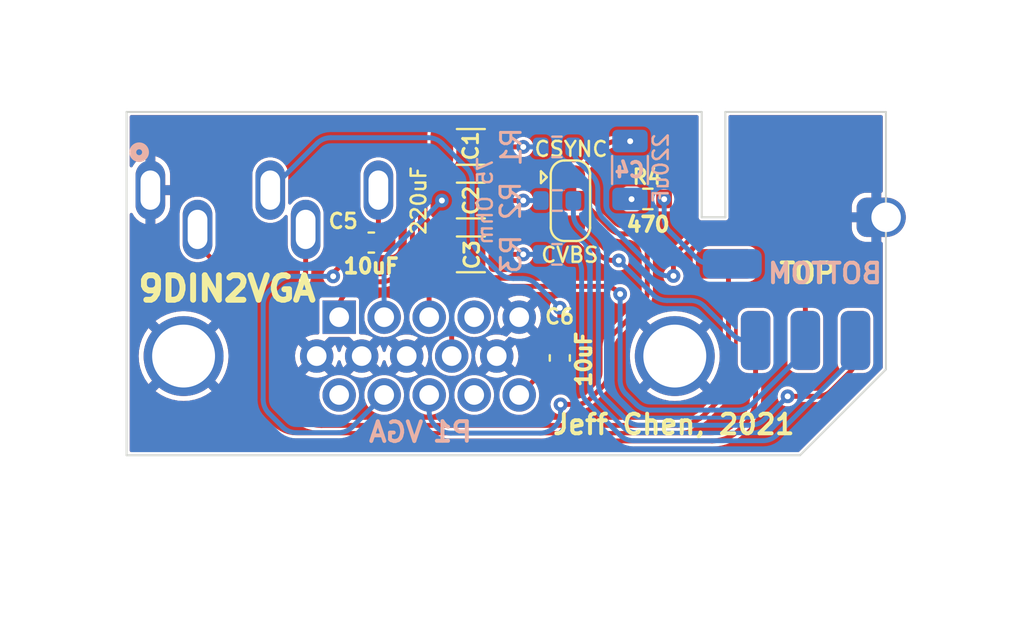
<source format=kicad_pcb>
(kicad_pcb (version 20211014) (generator pcbnew)
  (title_block (rev "1"))
  (layers (0 "F.Cu" signal "Front") (31 "B.Cu" signal "Back") (34 "B.Paste" user) (35 "F.Paste" user) (36 "B.SilkS" user "B.Silkscreen") (37 "F.SilkS" user "F.Silkscreen") (38 "B.Mask" user) (39 "F.Mask" user) (44 "Edge.Cuts" user))
  (net 0 "")
  (net 1 "GND")
  (net 2 "/Red_Mid")
  (net 3 "/Red_VGA")
  (net 4 "/Green_VGA")
  (net 5 "/Green_Mid")
  (net 6 "/Blue_Mid")
  (net 7 "/Blue_VGA")
  (net 8 "/L_Mid")
  (net 9 "/Audio_L_VGA")
  (net 10 "/Audio_R_VGA")
  (net 11 "/R_Mid")
  (net 12 "/Audio_R_9P")
  (net 13 "/Audio_L_9P")
  (net 14 "/Red_9P")
  (net 15 "/Green_9P")
  (net 16 "/Blue_9P")
  (net 17 "/+5V")
  (net 18 "/Sync")
  (net 19 "Net-(C4-Pad1)")
  (net 20 "/Attenuated_CSync")
  (net 21 "/CVBS")
  (net 22 "/CSync")
  (footprint "Capacitor_SMD:C_1206_3216Metric" (layer "F.Cu") (at 133.015 90.86 180)
    (fp_text reference "C1" (at 0.005 0.05 90) (layer "F.SilkS") (effects (font (size 0.75 0.75))))
    (fp_text value "220uF")
    (fp_line (start -0.711252 -0.91) (end 0.711252 -0.91) (layer "F.SilkS") (width 0.12))
    (fp_line (start -0.711252 0.91) (end 0.711252 0.91) (layer "F.SilkS") (width 0.12))
    (pad "1" smd roundrect locked (at -1.475 0 180) (size 1.15 1.8) (layers "F.Cu" "F.Paste" "F.Mask") (roundrect_rratio 0.2173904348) (net 2 "/Red_Mid"))
    (pad "2" smd roundrect locked (at 1.475 0 180) (size 1.15 1.8) (layers "F.Cu" "F.Paste" "F.Mask") (roundrect_rratio 0.2173904348) (net 3 "/Red_VGA"))
  )
  (footprint "Capacitor_SMD:C_1206_3216Metric" (layer "F.Cu") (at 133.015 93.59 180)
    (fp_text reference "C2" (at -0.015 0 270) (layer "F.SilkS") (effects (font (size 0.75 0.75))))
    (fp_text value "220uF")
    (fp_line (start -0.711252 -0.91) (end 0.711252 -0.91) (layer "F.SilkS") (width 0.12))
    (fp_line (start -0.711252 0.91) (end 0.711252 0.91) (layer "F.SilkS") (width 0.12))
    (pad "1" smd roundrect locked (at -1.475 0 180) (size 1.15 1.8) (layers "F.Cu" "F.Paste" "F.Mask") (roundrect_rratio 0.2173904348) (net 5 "/Green_Mid"))
    (pad "2" smd roundrect locked (at 1.475 0 180) (size 1.15 1.8) (layers "F.Cu" "F.Paste" "F.Mask") (roundrect_rratio 0.2173904348) (net 4 "/Green_VGA"))
  )
  (footprint "Capacitor_SMD:C_1206_3216Metric" (layer "F.Cu") (at 133.015 96.33 180)
    (fp_text reference "C3" (at -0.055 -0.02 90) (layer "F.SilkS") (effects (font (size 0.75 0.75))))
    (fp_text value "220uF")
    (fp_line (start -0.711252 0.91) (end 0.711252 0.91) (layer "F.SilkS") (width 0.12))
    (fp_line (start -0.711252 -0.91) (end 0.711252 -0.91) (layer "F.SilkS") (width 0.12))
    (pad "1" smd roundrect locked (at -1.475 0 180) (size 1.15 1.8) (layers "F.Cu" "F.Paste" "F.Mask") (roundrect_rratio 0.2173904348) (net 6 "/Blue_Mid"))
    (pad "2" smd roundrect locked (at 1.475 0 180) (size 1.15 1.8) (layers "F.Cu" "F.Paste" "F.Mask") (roundrect_rratio 0.2173904348) (net 7 "/Blue_VGA"))
  )
  (footprint "Capacitor_SMD:C_0603_1608Metric" (layer "F.Cu") (at 127.95 95.73 180)
    (fp_text reference "C5" (at 1.43 1.09) (layer "F.SilkS") (effects (font (size 0.75 0.75))))
    (fp_text value "10uF")
    (fp_line (start -0.14058 -0.51) (end 0.14058 -0.51) (layer "F.SilkS") (width 0.12))
    (fp_line (start -0.14058 0.51) (end 0.14058 0.51) (layer "F.SilkS") (width 0.12))
    (pad "1" smd roundrect locked (at -0.775 0 180) (size 0.9 0.95) (layers "F.Cu" "F.Paste" "F.Mask") (net 8 "/L_Mid"))
    (pad "2" smd roundrect locked (at 0.775 0 180) (size 0.9 0.95) (layers "F.Cu" "F.Paste" "F.Mask") (net 9 "/Audio_L_VGA"))
  )
  (footprint "Capacitor_SMD:C_0603_1608Metric" (layer "F.Cu") (at 137.54 101.605 -90)
    (fp_text reference "C6" (at -2.105 0.01 180) (layer "F.SilkS") (effects (font (size 0.75 0.75))))
    (fp_text value "10uF")
    (fp_line (start -0.14058 -0.51) (end 0.14058 -0.51) (layer "F.SilkS") (width 0.12))
    (fp_line (start -0.14058 0.51) (end 0.14058 0.51) (layer "F.SilkS") (width 0.12))
    (pad "1" smd roundrect locked (at -0.775 0 270) (size 0.9 0.95) (layers "F.Cu" "F.Paste" "F.Mask") (net 11 "/R_Mid"))
    (pad "2" smd roundrect locked (at 0.775 0 270) (size 0.9 0.95) (layers "F.Cu" "F.Paste" "F.Mask") (net 10 "/Audio_R_VGA"))
  )
  (footprint "9DIN2VGA:Main_PCB_Landing_Pads" (layer "F.Cu") (at 134.791804 97.783357)
    (fp_text reference "LD1" hide)
    (fp_text value "Main_Landing")
    (pad "1" smd roundrect locked (at 17.79 2.93) (size 1.5 3) (layers "B.Cu" "B.Paste" "B.Mask") (net 16 "/Blue_9P"))
    (pad "2" smd roundrect locked (at 15.24 2.93) (size 1.5 3) (layers "B.Cu" "B.Paste" "B.Mask") (net 17 "/+5V"))
    (pad "3" smd roundrect locked (at 17.79 2.93) (size 1.5 3) (layers "F.Cu" "F.Paste" "F.Mask") (net 15 "/Green_9P"))
    (pad "4" smd roundrect locked (at 12.707443 2.930183) (size 1.5 3) (layers "B.Cu" "B.Paste" "B.Mask") (net 21 "/CVBS"))
    (pad "5" smd roundrect locked (at 11.521 -0.97 90) (size 1.5 3) (layers "B.Cu" "B.Paste" "B.Mask") (net 22 "/CSync"))
    (pad "7" smd roundrect locked (at 15.24 2.93) (size 1.5 3) (layers "F.Cu" "F.Paste" "F.Mask") (net 14 "/Red_9P"))
    (pad "8" smd roundrect locked (at 12.71 2.93) (size 1.5 3) (layers "F.Cu" "F.Paste" "F.Mask") (net 13 "/Audio_L_9P"))
    (pad "9" smd roundrect locked (at 11.17 -0.97 90) (size 1.5 3) (layers "F.Cu" "F.Paste" "F.Mask") (net 12 "/Audio_R_9P"))
    (pad "10" thru_hole circle locked (at 19.35 -3.34) (size 2 2) (drill 1.5) (layers *.Cu *.Mask) (net 1 "GND"))
    (pad "10" thru_hole roundrect locked (at 19.35 -3.34) (size 2 2) (drill 0.3 (offset -0.5 0)) (layers *.Cu *.Mask) (net 1 "GND"))
  )
  (footprint "9DIN2VGA:RD_logo" (layer "F.Cu") (at 149.99 92.65 -90)
    (fp_text reference "G***" hide)
    (fp_text value "LOGO" hide)
  )
  (footprint "Resistor_SMD:R_0603_1608Metric" (layer "F.Cu") (at 142.02 93.51 180)
    (fp_text reference "R4" (at 0.04 1.12) (layer "F.SilkS") (effects (font (size 0.75 0.75))))
    (fp_text value "470 Ohm")
    (fp_line (start -0.237258 0.5225) (end 0.237258 0.5225) (layer "F.SilkS") (width 0.12))
    (fp_line (start -0.237258 -0.5225) (end 0.237258 -0.5225) (layer "F.SilkS") (width 0.12))
    (pad "1" smd roundrect locked (at -0.825 0 180) (size 0.8 0.95) (layers "F.Cu" "F.Paste" "F.Mask") (net 22 "/CSync"))
    (pad "2" smd roundrect locked (at 0.825 0 180) (size 0.8 0.95) (layers "F.Cu" "F.Paste" "F.Mask") (net 19 "Net-(C4-Pad1)"))
  )
  (footprint "Jumper:SolderJumper-3_P1.3mm_Bridged12_RoundedPad1.0x1.5mm" (layer "F.Cu") (at 138.08 93.6 -90)
    (fp_text reference "JP1" hide)
    (fp_text value "SolderJumper_3_Bridged12")
    (fp_poly (pts (xy -0.9 -0.3) (xy -0.4 -0.3) (xy -0.4 0.3) (xy -0.9 0.3)) (layer "F.Cu") (width 0) (fill solid))
    (fp_line (start -2.05 0.3) (end -2.05 -0.3) (layer "F.SilkS") (width 0.12))
    (fp_line (start -1.2 1.2) (end -0.9 1.5) (layer "F.SilkS") (width 0.12))
    (fp_line (start 2.05 -0.3) (end 2.05 0.3) (layer "F.SilkS") (width 0.12))
    (fp_line (start -1.4 -1) (end 1.4 -1) (layer "F.SilkS") (width 0.12))
    (fp_line (start -1.2 1.2) (end -1.5 1.5) (layer "F.SilkS") (width 0.12))
    (fp_line (start -1.5 1.5) (end -0.9 1.5) (layer "F.SilkS") (width 0.12))
    (fp_line (start 1.4 1) (end -1.4 1) (layer "F.SilkS") (width 0.12))
    (fp_arc (start 2.05 0.3) (mid 1.844975 0.794975) (end 1.35 1) (layer "F.SilkS") (width 0.12))
    (fp_arc (start -2.05 -0.3) (mid -1.844975 -0.794975) (end -1.35 -1) (layer "F.SilkS") (width 0.12))
    (fp_arc (start 1.35 -1) (mid 1.844975 -0.794975) (end 2.05 -0.3) (layer "F.SilkS") (width 0.12))
    (fp_arc (start -1.35 1) (mid -1.844975 0.794975) (end -2.05 0.3) (layer "F.SilkS") (width 0.12))
    (pad "1" smd custom locked (at -1.3 0 270) (size 1 0.5) (layers "F.Cu" "F.Mask") (net 20 "/Attenuated_CSync") (options (clearance outline) (anchor rect)) (primitives (gr_circle (center 0 0.25) (end 0.5 0.25) (width 0) (fill yes)) (gr_circle (center 0 -0.25) (end 0.5 -0.25) (width 0) (fill yes)) (gr_poly (pts (xy 0.55 0.75) (xy 0 0.75) (xy 0 -0.75) (xy 0.55 -0.75)) (width 0) (fill yes))))
    (pad "2" smd rect locked (at 0 0 270) (size 1 1.5) (layers "F.Cu" "F.Mask") (net 18 "/Sync"))
    (pad "3" smd custom locked (at 1.3 0 270) (size 1 0.5) (layers "F.Cu" "F.Mask") (net 21 "/CVBS") (options (clearance outline) (anchor rect)) (primitives (gr_circle (center 0 0.25) (end 0.5 0.25) (width 0) (fill yes)) (gr_circle (center 0 -0.25) (end 0.5 -0.25) (width 0) (fill yes)) (gr_poly (pts (xy 0 0.75) (xy -0.55 0.75) (xy -0.55 -0.75) (xy 0 -0.75)) (width 0) (fill yes))))
  )
  (footprint "9DIN2VGA:3.5mm_vertical" (layer "B.Cu") (at 116.71 93.06)
    (fp_text reference "J1")
    (fp_text value "3.5mm_vertical")
    (fp_circle (center -0.57 -1.93) (end -0.42 -1.93) (layer "B.SilkS") (width 0.35) (fill none))
    (pad "1" thru_hole oval locked (at 0 0) (size 1.508 3.016) (drill oval 1 2) (layers *.Cu *.Mask) (net 1 "GND"))
    (pad "2" thru_hole oval locked (at 2.4 2) (size 1.508 3.016) (drill oval 1 2) (layers *.Cu *.Mask) (net 13 "/Audio_L_9P"))
    (pad "3" thru_hole oval locked (at 7.9 2) (size 1.508 3.016) (drill oval 1 2) (layers *.Cu *.Mask) (net 12 "/Audio_R_9P"))
    (pad "4" thru_hole oval locked (at 11.6 0) (size 1.508 3.016) (drill oval 1 2) (layers *.Cu *.Mask) (net 8 "/L_Mid"))
    (pad "5" thru_hole oval locked (at 6.1 0) (size 1.508 3.016) (drill oval 1 2) (layers *.Cu *.Mask) (net 11 "/R_Mid"))
  )
  (footprint "9DIN2VGA:VGA_female_rightangle_slim" (layer "B.Cu") (at 143.39 101.51 180)
    (fp_text reference "P1" (at 11.32 -3.86) (layer "B.SilkS") (effects (font (thickness 0.2)) (justify mirror)))
    (fp_text value "VGA")
    (pad "1" thru_hole rect locked (at 17.075 1.98) (size 1.7 1.7) (drill 1) (layers *.Cu *.Mask) (net 3 "/Red_VGA"))
    (pad "2" thru_hole circle locked (at 14.785 1.98) (size 1.7 1.7) (drill 1) (layers *.Cu *.Mask) (net 4 "/Green_VGA"))
    (pad "3" thru_hole circle locked (at 12.495 1.98) (size 1.7 1.7) (drill 1) (layers *.Cu *.Mask) (net 7 "/Blue_VGA"))
    (pad "4" thru_hole circle locked (at 10.205 1.98) (size 1.7 1.7) (drill 1) (layers *.Cu *.Mask))
    (pad "5" thru_hole circle locked (at 7.915 1.98) (size 1.7 1.7) (drill 1) (layers *.Cu *.Mask) (net 1 "GND"))
    (pad "6" thru_hole circle locked (at 18.22 0) (size 1.7 1.7) (drill 1) (layers *.Cu *.Mask) (net 1 "GND"))
    (pad "7" thru_hole circle locked (at 15.93 0) (size 1.7 1.7) (drill 1) (layers *.Cu *.Mask) (net 1 "GND"))
    (pad "8" thru_hole circle locked (at 13.64 0) (size 1.7 1.7) (drill 1) (layers *.Cu *.Mask) (net 1 "GND"))
    (pad "9" thru_hole circle locked (at 11.35 0) (size 1.7 1.7) (drill 1) (layers *.Cu *.Mask) (net 17 "/+5V"))
    (pad "10" thru_hole circle locked (at 9.06 0) (size 1.7 1.7) (drill 1) (layers *.Cu *.Mask) (net 1 "GND"))
    (pad "11" thru_hole circle locked (at 17.075 -1.98) (size 1.7 1.7) (drill 1) (layers *.Cu *.Mask))
    (pad "12" thru_hole circle locked (at 14.785 -1.98) (size 1.7 1.7) (drill 1) (layers *.Cu *.Mask) (net 9 "/Audio_L_VGA"))
    (pad "13" thru_hole circle locked (at 12.495 -1.98) (size 1.7 1.7) (drill 1) (layers *.Cu *.Mask) (net 18 "/Sync"))
    (pad "14" thru_hole circle locked (at 10.205 -1.98) (size 1.7 1.7) (drill 1) (layers *.Cu *.Mask))
    (pad "15" thru_hole circle locked (at 7.915 -1.98) (size 1.7 1.7) (drill 1) (layers *.Cu *.Mask) (net 10 "/Audio_R_VGA"))
    (pad "S1" thru_hole circle locked (at 0 0 180) (size 4.066 4.066) (drill 3.2) (layers *.Cu *.Mask) (net 1 "GND"))
    (pad "S2" thru_hole circle locked (at 24.99 0 180) (size 4.066 4.066) (drill 3.2) (layers *.Cu *.Mask) (net 1 "GND"))
  )
  (footprint "Resistor_SMD:R_0603_1608Metric" (layer "B.Cu") (at 137.395 90.86 180)
    (fp_text reference "R1" (at 2.325 0 270) (layer "B.SilkS") (effects (justify mirror)))
    (fp_text value "75 Ohm")
    (fp_line (start -0.237258 0.5225) (end 0.237258 0.5225) (layer "B.SilkS") (width 0.12))
    (fp_line (start -0.237258 -0.5225) (end 0.237258 -0.5225) (layer "B.SilkS") (width 0.12))
    (pad "1" smd roundrect locked (at -0.825 0 180) (size 0.8 0.95) (layers "B.Cu" "B.Paste" "B.Mask") (net 14 "/Red_9P"))
    (pad "2" smd roundrect locked (at 0.825 0 180) (size 0.8 0.95) (layers "B.Cu" "B.Paste" "B.Mask") (net 2 "/Red_Mid"))
  )
  (footprint "Resistor_SMD:R_0603_1608Metric" (layer "B.Cu") (at 137.405 93.59 180)
    (fp_text reference "R2" (at 2.365 -0.02 270) (layer "B.SilkS") (effects (justify mirror)))
    (fp_text value "75 Ohm")
    (fp_line (start -0.237258 -0.5225) (end 0.237258 -0.5225) (layer "B.SilkS") (width 0.12))
    (fp_line (start -0.237258 0.5225) (end 0.237258 0.5225) (layer "B.SilkS") (width 0.12))
    (pad "1" smd roundrect locked (at -0.825 0 180) (size 0.8 0.95) (layers "B.Cu" "B.Paste" "B.Mask") (net 15 "/Green_9P"))
    (pad "2" smd roundrect locked (at 0.825 0 180) (size 0.8 0.95) (layers "B.Cu" "B.Paste" "B.Mask") (net 5 "/Green_Mid"))
  )
  (footprint "Resistor_SMD:R_0603_1608Metric" (layer "B.Cu") (at 137.395 96.33 180)
    (fp_text reference "R3" (at 2.335 0.01 270) (layer "B.SilkS") (effects (justify mirror)))
    (fp_text value "75 Ohm")
    (fp_line (start -0.237258 -0.5225) (end 0.237258 -0.5225) (layer "B.SilkS") (width 0.12))
    (fp_line (start -0.237258 0.5225) (end 0.237258 0.5225) (layer "B.SilkS") (width 0.12))
    (pad "1" smd roundrect locked (at -0.825 0 180) (size 0.8 0.95) (layers "B.Cu" "B.Paste" "B.Mask") (net 16 "/Blue_9P"))
    (pad "2" smd roundrect locked (at 0.825 0 180) (size 0.8 0.95) (layers "B.Cu" "B.Paste" "B.Mask") (net 6 "/Blue_Mid"))
  )
  (footprint "Capacitor_SMD:C_1206_3216Metric" (layer "B.Cu") (at 141.11 92.035 90)
    (fp_text reference "C4" (at 0.005 -0.02 180) (layer "B.SilkS") (effects (font (size 0.75 0.75) (thickness 0.1875)) (justify mirror)))
    (fp_text value "100uF")
    (fp_line (start -0.711252 0.91) (end 0.711252 0.91) (layer "B.SilkS") (width 0.12))
    (fp_line (start -0.711252 -0.91) (end 0.711252 -0.91) (layer "B.SilkS") (width 0.12))
    (pad "1" smd roundrect locked (at -1.475 0 90) (size 1.15 1.8) (layers "B.Cu" "B.Paste" "B.Mask") (roundrect_rratio 0.2173904348) (net 19 "Net-(C4-Pad1)"))
    (pad "2" smd roundrect locked (at 1.475 0 90) (size 1.15 1.8) (layers "B.Cu" "B.Paste" "B.Mask") (roundrect_rratio 0.2173904348) (net 20 "/Attenuated_CSync"))
  )
  (gr_line (start 144.76 89.08) (end 115.5 89.08) (layer "Edge.Cuts") (width 0.1))
  (gr_line (start 149.76 106.56) (end 154.13 102.19) (layer "Edge.Cuts") (width 0.1))
  (gr_line (start 115.5 89.08) (end 115.5 106.56) (layer "Edge.Cuts") (width 0.1))
  (gr_line (start 154.13 102.19) (end 154.13 89.08) (layer "Edge.Cuts") (width 0.1))
  (gr_line (start 145.96 94.44) (end 144.76 94.44) (layer "Edge.Cuts") (width 0.1))
  (gr_line (start 145.96 89.08) (end 145.96 94.44) (layer "Edge.Cuts") (width 0.1))
  (gr_line (start 115.5 106.56) (end 149.76 106.56) (layer "Edge.Cuts") (width 0.1))
  (gr_line (start 144.76 94.44) (end 144.76 89.08) (layer "Edge.Cuts") (width 0.1))
  (gr_line (start 154.13 89.08) (end 145.96 89.08) (layer "Edge.Cuts") (width 0.1))
  (gr_text "VGA" (at 129.21 105.38) (layer "B.SilkS") (effects (font (size 1 1) (thickness 0.2)) (justify mirror)))
  (gr_text "220uF" (at 142.68 91.93 90) (layer "B.SilkS") (effects (font (size 0.762 0.762) (thickness 0.127)) (justify mirror)))
  (gr_text "BOTTOM" (at 151.03 97.3) (layer "B.SilkS") (effects (font (size 1 1) (thickness 0.2)) (justify mirror)))
  (gr_text "75 Ohm" (at 133.74 93.6 90) (layer "B.SilkS") (effects (font (size 0.75 0.75) (thickness 0.127)) (justify mirror)))
  (gr_text "10uF" (at 138.76 101.67 90) (layer "F.SilkS") (effects (font (size 0.75 0.75) (thickness 0.1875))))
  (gr_text "Jeff Chen, 2021" (at 143.34 104.99) (layer "F.SilkS") (effects (font (size 1 1) (thickness 0.2))))
  (gr_text "220uF" (at 130.36 93.59 90) (layer "F.SilkS") (effects (font (size 0.75 0.75) (thickness 0.127))))
  (gr_text "470" (at 142.03 94.81) (layer "F.SilkS") (effects (font (size 0.75 0.75) (thickness 0.1875))))
  (gr_text "CVBS" (at 138.05 96.36) (layer "F.SilkS") (effects (font (size 0.762 0.762) (thickness 0.127))))
  (gr_text "10uF" (at 127.94 96.93) (layer "F.SilkS") (effects (font (size 0.75 0.75) (thickness 0.1875))))
  (gr_text "TOP" (at 150.14 97.29) (layer "F.SilkS") (effects (font (size 1 1) (thickness 0.2))))
  (gr_text "9DIN2VGA" (at 120.61 98.08) (layer "F.SilkS") (effects (font (size 1.25 1.25) (thickness 0.3))))
  (gr_text "CSYNC" (at 138.11 90.97) (layer "F.SilkS") (effects (font (size 0.762 0.762) (thickness 0.127))))
  (segment (start 135.68 90.86) (end 134.5 90.86) (width 0.25) (layer "F.Cu") (net 2))
  (via (at 135.68 90.86) (size 0.7) (drill 0.3) (layers "F.Cu" "B.Cu") (net 2))
  (segment (start 135.68 90.86) (end 136.57 90.86) (width 0.25) (layer "B.Cu") (net 2))
  (segment (start 130.04 92.774214) (end 130.04 96.145786) (width 0.25) (layer "F.Cu") (net 3))
  (segment (start 131.54 90.86) (end 130.332893 92.067107) (width 0.25) (layer "F.Cu") (net 3))
  (segment (start 126.32 99.074214) (end 126.32 99.53) (width 0.25) (layer "F.Cu") (net 3))
  (segment (start 126.957107 98.022893) (end 126.612893 98.367107) (width 0.25) (layer "F.Cu") (net 3))
  (segment (start 129.747107 96.852893) (end 129.162893 97.437107) (width 0.25) (layer "F.Cu") (net 3))
  (segment (start 128.455786 97.73) (end 127.664214 97.73) (width 0.25) (layer "F.Cu") (net 3))
  (arc (start 129.747107 96.852893) (mid 129.96388 96.52847) (end 130.04 96.145786) (width 0.25) (layer "F.Cu") (net 3))
  (arc (start 129.162893 97.437107) (mid 128.83847 97.65388) (end 128.455786 97.73) (width 0.25) (layer "F.Cu") (net 3))
  (arc (start 126.32 99.074214) (mid 126.39612 98.691531) (end 126.612893 98.367107) (width 0.25) (layer "F.Cu") (net 3))
  (arc (start 127.664214 97.73) (mid 127.281531 97.80612) (end 126.957107 98.022893) (width 0.25) (layer "F.Cu") (net 3))
  (arc (start 130.332893 92.067107) (mid 130.11612 92.39153) (end 130.04 92.774214) (width 0.25) (layer "F.Cu") (net 3))
  (via (at 131.54 93.59) (size 0.7) (drill 0.3) (layers "F.Cu" "B.Cu") (net 4))
  (segment (start 131.54 93.59) (end 128.892893 96.237107) (width 0.25) (layer "B.Cu") (net 4))
  (segment (start 128.6 96.944214) (end 128.6 99.53) (width 0.25) (layer "B.Cu") (net 4))
  (arc (start 128.892893 96.237107) (mid 128.67612 96.56153) (end 128.6 96.944214) (width 0.25) (layer "B.Cu") (net 4))
  (segment (start 135.68 93.59) (end 134.51 93.59) (width 0.25) (layer "F.Cu") (net 5))
  (via (at 135.68 93.59) (size 0.7) (drill 0.3) (layers "F.Cu" "B.Cu") (net 5))
  (segment (start 135.68 93.59) (end 136.57 93.59) (width 0.25) (layer "B.Cu") (net 5))
  (segment (start 135.68 96.33) (end 134.49 96.33) (width 0.25) (layer "F.Cu") (net 6))
  (via (at 135.68 96.33) (size 0.7) (drill 0.3) (layers "F.Cu" "B.Cu") (net 6))
  (segment (start 135.68 96.33) (end 136.56 96.33) (width 0.25) (layer "B.Cu") (net 6))
  (segment (start 130.89 97.674214) (end 130.89 99.53) (width 0.25) (layer "F.Cu") (net 7))
  (segment (start 131.54 96.33) (end 131.54 96.61) (width 0.25) (layer "F.Cu") (net 7))
  (segment (start 131.54 96.61) (end 131.182893 96.967107) (width 0.25) (layer "F.Cu") (net 7))
  (arc (start 131.182893 96.967107) (mid 130.96612 97.29153) (end 130.89 97.674214) (width 0.25) (layer "F.Cu") (net 7))
  (segment (start 128.31 93.06) (end 128.31 95.28) (width 0.25) (layer "F.Cu") (net 8))
  (segment (start 128.31 95.28) (end 128.72 95.69) (width 0.25) (layer "F.Cu") (net 8))
  (segment (start 128.72 95.69) (end 128.72 95.73) (width 0.25) (layer "F.Cu") (net 8))
  (segment (start 127.18 95.73) (end 127.18 96.11) (width 0.25) (layer "F.Cu") (net 9))
  (segment (start 126.009999 97.280001) (end 126.009999 97.45) (width 0.25) (layer "F.Cu") (net 9))
  (segment (start 127.18 96.11) (end 126.009999 97.280001) (width 0.25) (layer "F.Cu") (net 9))
  (via (at 126.009999 97.45) (size 0.7) (drill 0.3) (layers "F.Cu" "B.Cu") (net 9))
  (segment (start 123.914214 97.45) (end 126.009999 97.45) (width 0.25) (layer "B.Cu") (net 9))
  (segment (start 122.45 103.715786) (end 122.45 98.914214) (width 0.25) (layer "B.Cu") (net 9))
  (segment (start 128.61 103.49) (end 126.982893 105.117107) (width 0.25) (layer "B.Cu") (net 9))
  (segment (start 123.437107 105.117107) (end 122.742893 104.422893) (width 0.25) (layer "B.Cu") (net 9))
  (segment (start 126.275786 105.41) (end 124.144214 105.41) (width 0.25) (layer "B.Cu") (net 9))
  (segment (start 122.742893 98.207107) (end 123.207107 97.742893) (width 0.25) (layer "B.Cu") (net 9))
  (arc (start 124.144214 105.41) (mid 123.761531 105.33388) (end 123.437107 105.117107) (width 0.25) (layer "B.Cu") (net 9))
  (arc (start 122.742893 104.422893) (mid 122.52612 104.09847) (end 122.45 103.715786) (width 0.25) (layer "B.Cu") (net 9))
  (arc (start 126.982893 105.117107) (mid 126.65847 105.33388) (end 126.275786 105.41) (width 0.25) (layer "B.Cu") (net 9))
  (arc (start 123.914214 97.45) (mid 123.531531 97.52612) (end 123.207107 97.742893) (width 0.25) (layer "B.Cu") (net 9))
  (arc (start 122.45 98.914214) (mid 122.52612 98.531531) (end 122.742893 98.207107) (width 0.25) (layer "B.Cu") (net 9))
  (segment (start 136.302107 102.667893) (end 135.48 103.49) (width 0.25) (layer "F.Cu") (net 10))
  (segment (start 137.009214 102.375) (end 137.535 102.375) (width 0.25) (layer "F.Cu") (net 10))
  (arc (start 137.009214 102.375) (mid 136.626531 102.45112) (end 136.302107 102.667893) (width 0.25) (layer "F.Cu") (net 10))
  (segment (start 137.54 100.83) (end 137.54 99.049996) (width 0.25) (layer "F.Cu") (net 11))
  (via (at 137.54 99.049996) (size 0.7) (drill 0.3) (layers "F.Cu" "B.Cu") (net 11))
  (segment (start 131.552893 90.682893) (end 132.787107 91.917107) (width 0.25) (layer "B.Cu") (net 11))
  (segment (start 133.372893 96.172893) (end 134.467107 97.267107) (width 0.25) (layer "B.Cu") (net 11))
  (segment (start 122.81 93.06) (end 125.187107 90.682893) (width 0.25) (layer "B.Cu") (net 11))
  (segment (start 136.342897 97.852893) (end 137.54 99.049996) (width 0.25) (layer "B.Cu") (net 11))
  (segment (start 133.08 92.624214) (end 133.08 95.465786) (width 0.25) (layer "B.Cu") (net 11))
  (segment (start 135.174214 97.56) (end 135.63579 97.56) (width 0.25) (layer "B.Cu") (net 11))
  (segment (start 125.894214 90.39) (end 130.845786 90.39) (width 0.25) (layer "B.Cu") (net 11))
  (arc (start 132.787107 91.917107) (mid 133.00388 92.24153) (end 133.08 92.624214) (width 0.25) (layer "B.Cu") (net 11))
  (arc (start 136.342897 97.852893) (mid 136.018474 97.63612) (end 135.63579 97.56) (width 0.25) (layer "B.Cu") (net 11))
  (arc (start 125.187107 90.682893) (mid 125.51153 90.46612) (end 125.894214 90.39) (width 0.25) (layer "B.Cu") (net 11))
  (arc (start 131.552893 90.682893) (mid 131.22847 90.46612) (end 130.845786 90.39) (width 0.25) (layer "B.Cu") (net 11))
  (arc (start 133.08 95.465786) (mid 133.15612 95.848469) (end 133.372893 96.172893) (width 0.25) (layer "B.Cu") (net 11))
  (arc (start 134.467107 97.267107) (mid 134.79153 97.48388) (end 135.174214 97.56) (width 0.25) (layer "B.Cu") (net 11))
  (segment (start 146.12 97.46) (end 145.97 97.31) (width 0.25) (layer "F.Cu") (net 12))
  (segment (start 144.935787 104.454213) (end 145.534214 103.855786) (width 0.25) (layer "F.Cu") (net 12))
  (segment (start 125.418427 105.04) (end 143.521573 105.04) (width 0.25) (layer "F.Cu") (net 12))
  (segment (start 124.61 95.06) (end 124.61 97.221573) (width 0.25) (layer "F.Cu") (net 12))
  (segment (start 123.11 100.378427) (end 123.11 102.731573) (width 0.25) (layer "F.Cu") (net 12))
  (segment (start 123.695787 104.145787) (end 124.004214 104.454214) (width 0.25) (layer "F.Cu") (net 12))
  (segment (start 124.024213 98.635787) (end 123.695786 98.964214) (width 0.25) (layer "F.Cu") (net 12))
  (segment (start 146.12 102.441573) (end 146.12 97.46) (width 0.25) (layer "F.Cu") (net 12))
  (arc (start 144.935787 104.454213) (mid 144.28694 104.887759) (end 143.521573 105.04) (width 0.25) (layer "F.Cu") (net 12))
  (arc (start 124.024213 98.635787) (mid 124.457759 97.98694) (end 124.61 97.221573) (width 0.25) (layer "F.Cu") (net 12))
  (arc (start 124.004214 104.454214) (mid 124.65306 104.887759) (end 125.418427 105.04) (width 0.25) (layer "F.Cu") (net 12))
  (arc (start 145.534214 103.855786) (mid 145.967759 103.20694) (end 146.12 102.441573) (width 0.25) (layer "F.Cu") (net 12))
  (arc (start 123.11 102.731573) (mid 123.262241 103.49694) (end 123.695787 104.145787) (width 0.25) (layer "F.Cu") (net 12))
  (arc (start 123.11 100.378427) (mid 123.262241 99.61306) (end 123.695786 98.964214) (width 0.25) (layer "F.Cu") (net 12))
  (segment (start 119.402893 96.132893) (end 121.184214 97.914214) (width 0.25) (layer "F.Cu") (net 13))
  (segment (start 146.695787 105.244213) (end 146.914214 105.025786) (width 0.25) (layer "F.Cu") (net 13))
  (segment (start 122.355787 104.855787) (end 122.744214 105.244214) (width 0.25) (layer "F.Cu") (net 13))
  (segment (start 147.5 103.611573) (end 147.5 100.71) (width 0.25) (layer "F.Cu") (net 13))
  (segment (start 121.77 99.328427) (end 121.77 103.441573) (width 0.25) (layer "F.Cu") (net 13))
  (segment (start 119.11 95.06) (end 119.11 95.425786) (width 0.25) (layer "F.Cu") (net 13))
  (segment (start 124.158427 105.83) (end 145.281573 105.83) (width 0.25) (layer "F.Cu") (net 13))
  (arc (start 124.158427 105.83) (mid 123.39306 105.677759) (end 122.744214 105.244214) (width 0.25) (layer "F.Cu") (net 13))
  (arc (start 146.695787 105.244213) (mid 146.04694 105.677759) (end 145.281573 105.83) (width 0.25) (layer "F.Cu") (net 13))
  (arc (start 121.184214 97.914214) (mid 121.617759 98.56306) (end 121.77 99.328427) (width 0.25) (layer "F.Cu") (net 13))
  (arc (start 121.77 103.441573) (mid 121.922241 104.20694) (end 122.355787 104.855787) (width 0.25) (layer "F.Cu") (net 13))
  (arc (start 119.402893 96.132893) (mid 119.18612 95.80847) (end 119.11 95.425786) (width 0.25) (layer "F.Cu") (net 13))
  (arc (start 146.914214 105.025786) (mid 147.347759 104.37694) (end 147.5 103.611573) (width 0.25) (layer "F.Cu") (net 13))
  (segment (start 144.724214 95.42) (end 147.995786 95.42) (width 0.25) (layer "F.Cu") (net 14))
  (segment (start 143.32 97.43) (end 143.32 96.824214) (width 0.25) (layer "F.Cu") (net 14))
  (segment (start 143.612893 96.117107) (end 144.017107 95.712893) (width 0.25) (layer "F.Cu") (net 14))
  (segment (start 148.702893 95.712893) (end 149.738911 96.748911) (width 0.25) (layer "F.Cu") (net 14))
  (segment (start 150.031804 97.456018) (end 150.031804 100.713357) (width 0.25) (layer "F.Cu") (net 14))
  (via (at 143.32 97.43) (size 0.7) (drill 0.3) (layers "F.Cu" "B.Cu") (net 14))
  (arc (start 150.031804 97.456018) (mid 149.955684 97.073335) (end 149.738911 96.748911) (width 0.25) (layer "F.Cu") (net 14))
  (arc (start 143.612893 96.117107) (mid 143.39612 96.44153) (end 143.32 96.824214) (width 0.25) (layer "F.Cu") (net 14))
  (arc (start 144.017107 95.712893) (mid 144.34153 95.49612) (end 144.724214 95.42) (width 0.25) (layer "F.Cu") (net 14))
  (arc (start 147.995786 95.42) (mid 148.378469 95.49612) (end 148.702893 95.712893) (width 0.25) (layer "F.Cu") (net 14))
  (segment (start 138.22 90.925786) (end 138.22 90.86) (width 0.25) (layer "B.Cu") (net 14))
  (segment (start 139.47 93.805786) (end 139.47 93.004214) (width 0.25) (layer "B.Cu") (net 14))
  (segment (start 142.387107 97.137107) (end 139.762893 94.512893) (width 0.25) (layer "B.Cu") (net 14))
  (segment (start 143.32 97.43) (end 143.094214 97.43) (width 0.25) (layer "B.Cu") (net 14))
  (segment (start 139.177107 92.297107) (end 138.512893 91.632893) (width 0.25) (layer "B.Cu") (net 14))
  (arc (start 138.512893 91.632893) (mid 138.29612 91.30847) (end 138.22 90.925786) (width 0.25) (layer "B.Cu") (net 14))
  (arc (start 139.47 93.805786) (mid 139.54612 94.188469) (end 139.762893 94.512893) (width 0.25) (layer "B.Cu") (net 14))
  (arc (start 139.47 93.004214) (mid 139.39388 92.621531) (end 139.177107 92.297107) (width 0.25) (layer "B.Cu") (net 14))
  (arc (start 143.094214 97.43) (mid 142.711531 97.35388) (end 142.387107 97.137107) (width 0.25) (layer "B.Cu") (net 14))
  (segment (start 152.581804 100.713357) (end 152.581804 101.623982) (width 0.25) (layer "F.Cu") (net 15))
  (segment (start 152.288911 102.331089) (end 151.352893 103.267107) (width 0.25) (layer "F.Cu") (net 15))
  (segment (start 150.645786 103.56) (end 149.130002 103.56) (width 0.25) (layer "F.Cu") (net 15))
  (via (at 149.130002 103.56) (size 0.7) (drill 0.3) (layers "F.Cu" "B.Cu") (net 15))
  (arc (start 150.645786 103.56) (mid 151.028469 103.48388) (end 151.352893 103.267107) (width 0.25) (layer "F.Cu") (net 15))
  (arc (start 152.581804 101.623982) (mid 152.505684 102.006665) (end 152.288911 102.331089) (width 0.25) (layer "F.Cu") (net 15))
  (segment (start 138.23 94.275786) (end 138.23 93.68) (width 0.25) (layer "B.Cu") (net 15))
  (segment (start 147.952895 104.737107) (end 149.130002 103.56) (width 0.25) (layer "B.Cu") (net 15))
  (segment (start 141.624214 105.03) (end 147.245788 105.03) (width 0.25) (layer "B.Cu") (net 15))
  (segment (start 139.792893 103.612893) (end 140.917107 104.737107) (width 0.25) (layer "B.Cu") (net 15))
  (segment (start 138.522893 94.982893) (end 139.207107 95.667107) (width 0.25) (layer "B.Cu") (net 15))
  (segment (start 139.5 96.374214) (end 139.5 102.905786) (width 0.25) (layer "B.Cu") (net 15))
  (arc (start 139.5 96.374214) (mid 139.42388 95.991531) (end 139.207107 95.667107) (width 0.25) (layer "B.Cu") (net 15))
  (arc (start 140.917107 104.737107) (mid 141.24153 104.95388) (end 141.624214 105.03) (width 0.25) (layer "B.Cu") (net 15))
  (arc (start 138.522893 94.982893) (mid 138.30612 94.65847) (end 138.23 94.275786) (width 0.25) (layer "B.Cu") (net 15))
  (arc (start 147.952895 104.737107) (mid 147.628472 104.95388) (end 147.245788 105.03) (width 0.25) (layer "B.Cu") (net 15))
  (arc (start 139.5 102.905786) (mid 139.57612 103.288469) (end 139.792893 103.612893) (width 0.25) (layer "B.Cu") (net 15))
  (segment (start 147.869988 105.82) (end 141.304214 105.82) (width 0.25) (layer "B.Cu") (net 16))
  (segment (start 138.65 103.165786) (end 138.65 97.174214) (width 0.25) (layer "B.Cu") (net 16))
  (segment (start 138.357107 96.467107) (end 138.22 96.33) (width 0.25) (layer "B.Cu") (net 16))
  (segment (start 152.56 100.72) (end 152.56 101.129988) (width 0.25) (layer "B.Cu") (net 16))
  (segment (start 140.597107 105.527107) (end 138.942893 103.872893) (width 0.25) (layer "B.Cu") (net 16))
  (segment (start 152.267107 101.837095) (end 148.577095 105.527107) (width 0.25) (layer "B.Cu") (net 16))
  (arc (start 148.577095 105.527107) (mid 148.252672 105.74388) (end 147.869988 105.82) (width 0.25) (layer "B.Cu") (net 16))
  (arc (start 141.304214 105.82) (mid 140.92153 105.74388) (end 140.597107 105.527107) (width 0.25) (layer "B.Cu") (net 16))
  (arc (start 138.942893 103.872893) (mid 138.72612 103.54847) (end 138.65 103.165786) (width 0.25) (layer "B.Cu") (net 16))
  (arc (start 138.357107 96.467107) (mid 138.57388 96.79153) (end 138.65 97.174214) (width 0.25) (layer "B.Cu") (net 16))
  (arc (start 152.56 101.129988) (mid 152.48388 101.512672) (end 152.267107 101.837095) (width 0.25) (layer "B.Cu") (net 16))
  (segment (start 132.332893 98.547107) (end 132.627107 98.252893) (width 0.25) (layer "F.Cu") (net 17))
  (segment (start 140.512891 98.252893) (end 140.609998 98.35) (width 0.25) (layer "F.Cu") (net 17))
  (segment (start 133.334214 97.96) (end 139.805784 97.96) (width 0.25) (layer "F.Cu") (net 17))
  (segment (start 132.04 101.51) (end 132.04 99.254214) (width 0.25) (layer "F.Cu") (net 17))
  (via (at 140.609998 98.35) (size 0.7) (drill 0.3) (layers "F.Cu" "B.Cu") (net 17))
  (arc (start 132.627107 98.252893) (mid 132.95153 98.03612) (end 133.334214 97.96) (width 0.25) (layer "F.Cu") (net 17))
  (arc (start 140.512891 98.252893) (mid 140.188468 98.03612) (end 139.805784 97.96) (width 0.25) (layer "F.Cu") (net 17))
  (arc (start 132.332893 98.547107) (mid 132.11612 98.87153) (end 132.04 99.254214) (width 0.25) (layer "F.Cu") (net 17))
  (segment (start 149.738911 101.531089) (end 147.302893 103.967107) (width 0.25) (layer "B.Cu") (net 17))
  (segment (start 150.031804 100.713357) (end 150.031804 100.823982) (width 0.25) (layer "B.Cu") (net 17))
  (segment (start 140.609998 102.735784) (end 140.609998 98.35) (width 0.25) (layer "B.Cu") (net 17))
  (segment (start 141.427107 103.967107) (end 140.902891 103.442891) (width 0.25) (layer "B.Cu") (net 17))
  (segment (start 146.595786 104.26) (end 142.134214 104.26) (width 0.25) (layer "B.Cu") (net 17))
  (arc (start 146.595786 104.26) (mid 146.978469 104.18388) (end 147.302893 103.967107) (width 0.25) (layer "B.Cu") (net 17))
  (arc (start 142.134214 104.26) (mid 141.751531 104.18388) (end 141.427107 103.967107) (width 0.25) (layer "B.Cu") (net 17))
  (arc (start 150.031804 100.823982) (mid 149.955684 101.206665) (end 149.738911 101.531089) (width 0.25) (layer "B.Cu") (net 17))
  (arc (start 140.902891 103.442891) (mid 140.686118 103.118468) (end 140.609998 102.735784) (width 0.25) (layer "B.Cu") (net 17))
  (segment (start 141.99 98.245786) (end 141.99 96.324214) (width 0.25) (layer "F.Cu") (net 18))
  (segment (start 140.955786 95.29) (end 140.764214 95.29) (width 0.25) (layer "F.Cu") (net 18))
  (segment (start 140.292893 100.357107) (end 141.697107 98.952893) (width 0.25) (layer "F.Cu") (net 18))
  (segment (start 140.057107 94.997107) (end 138.65 93.59) (width 0.25) (layer "F.Cu") (net 18))
  (segment (start 141.697107 95.617107) (end 141.662893 95.582893) (width 0.25) (layer "F.Cu") (net 18))
  (segment (start 139.092893 103.677107) (end 139.707107 103.062893) (width 0.25) (layer "F.Cu") (net 18))
  (segment (start 137.58 103.97) (end 138.385786 103.97) (width 0.25) (layer "F.Cu") (net 18))
  (segment (start 138.65 93.59) (end 138.37 93.59) (width 0.25) (layer "F.Cu") (net 18))
  (segment (start 140 102.355786) (end 140 101.064214) (width 0.25) (layer "F.Cu") (net 18))
  (via (at 137.58 103.97) (size 0.7) (drill 0.3) (layers "F.Cu" "B.Cu") (net 18))
  (arc (start 139.707107 103.062893) (mid 139.92388 102.73847) (end 140 102.355786) (width 0.25) (layer "F.Cu") (net 18))
  (arc (start 141.697107 95.617107) (mid 141.91388 95.94153) (end 141.99 96.324214) (width 0.25) (layer "F.Cu") (net 18))
  (arc (start 140 101.064214) (mid 140.07612 100.681531) (end 140.292893 100.357107) (width 0.25) (layer "F.Cu") (net 18))
  (arc (start 141.99 98.245786) (mid 141.91388 98.628469) (end 141.697107 98.952893) (width 0.25) (layer "F.Cu") (net 18))
  (arc (start 139.092893 103.677107) (mid 138.76847 103.89388) (end 138.385786 103.97) (width 0.25) (layer "F.Cu") (net 18))
  (arc (start 140.057107 94.997107) (mid 140.38153 95.21388) (end 140.764214 95.29) (width 0.25) (layer "F.Cu") (net 18))
  (arc (start 141.662893 95.582893) (mid 141.33847 95.36612) (end 140.955786 95.29) (width 0.25) (layer "F.Cu") (net 18))
  (segment (start 137.252893 105.137107) (end 137.287107 105.102893) (width 0.25) (layer "B.Cu") (net 18))
  (segment (start 131.187893 105.037893) (end 131.287107 105.137107) (width 0.25) (layer "B.Cu") (net 18))
  (segment (start 131.994214 105.43) (end 136.545786 105.43) (width 0.25) (layer "B.Cu") (net 18))
  (segment (start 130.895 103.49) (end 130.895 104.330786) (width 0.25) (layer "B.Cu") (net 18))
  (segment (start 137.58 104.395786) (end 137.58 103.97) (width 0.25) (layer "B.Cu") (net 18))
  (arc (start 130.895 104.330786) (mid 130.97112 104.713469) (end 131.187893 105.037893) (width 0.25) (layer "B.Cu") (net 18))
  (arc (start 137.58 104.395786) (mid 137.50388 104.778469) (end 137.287107 105.102893) (width 0.25) (layer "B.Cu") (net 18))
  (arc (start 131.994214 105.43) (mid 131.611531 105.35388) (end 131.287107 105.137107) (width 0.25) (layer "B.Cu") (net 18))
  (arc (start 136.545786 105.43) (mid 136.928469 105.35388) (end 137.252893 105.137107) (width 0.25) (layer "B.Cu") (net 18))
  (via (at 141.19 93.52) (size 0.7) (drill 0.3) (layers "F.Cu" "B.Cu") (net 19))
  (segment (start 138.31 92.3) (end 138.08 92.3) (width 0.25) (layer "F.Cu") (net 20))
  (segment (start 141.12 90.57) (end 140.454214 90.57) (width 0.25) (layer "F.Cu") (net 20))
  (segment (start 139.747107 90.862893) (end 138.31 92.3) (width 0.25) (layer "F.Cu") (net 20))
  (via (at 141.12 90.57) (size 0.7) (drill 0.3) (layers "F.Cu" "B.Cu") (net 20))
  (arc (start 139.747107 90.862893) (mid 140.07153 90.64612) (end 140.454214 90.57) (width 0.25) (layer "F.Cu") (net 20))
  (segment (start 140.54 96.64) (end 140.254214 96.64) (width 0.25) (layer "F.Cu") (net 21))
  (segment (start 138.1 94.9) (end 138.08 94.9) (width 0.25) (layer "F.Cu") (net 21))
  (segment (start 139.547107 96.347107) (end 138.1 94.9) (width 0.25) (layer "F.Cu") (net 21))
  (via (at 140.54 96.64) (size 0.7) (drill 0.3) (layers "F.Cu" "B.Cu") (net 21))
  (arc (start 139.547107 96.347107) (mid 139.87153 96.56388) (end 140.254214 96.64) (width 0.25) (layer "F.Cu") (net 21))
  (segment (start 147.499247 100.71354) (end 147.047754 100.71354) (width 0.25) (layer "B.Cu") (net 21))
  (segment (start 142.287107 98.387107) (end 140.54 96.64) (width 0.25) (layer "B.Cu") (net 21))
  (segment (start 144.185786 98.68) (end 142.994214 98.68) (width 0.25) (layer "B.Cu") (net 21))
  (segment (start 146.340647 100.420647) (end 144.892893 98.972893) (width 0.25) (layer "B.Cu") (net 21))
  (arc (start 144.185786 98.68) (mid 144.568469 98.75612) (end 144.892893 98.972893) (width 0.25) (layer "B.Cu") (net 21))
  (arc (start 147.047754 100.71354) (mid 146.665071 100.63742) (end 146.340647 100.420647) (width 0.25) (layer "B.Cu") (net 21))
  (arc (start 142.994214 98.68) (mid 142.611531 98.60388) (end 142.287107 98.387107) (width 0.25) (layer "B.Cu") (net 21))
  (via (at 142.85 93.52) (size 0.7) (drill 0.3) (layers "F.Cu" "B.Cu") (net 22))
  (segment (start 142.85 93.52) (end 142.85 94.465786) (width 0.25) (layer "B.Cu") (net 22))
  (segment (start 145.194214 96.81) (end 146.31 96.81) (width 0.25) (layer "B.Cu") (net 22))
  (segment (start 143.142893 95.172893) (end 144.487107 96.517107) (width 0.25) (layer "B.Cu") (net 22))
  (arc (start 144.487107 96.517107) (mid 144.81153 96.73388) (end 145.194214 96.81) (width 0.25) (layer "B.Cu") (net 22))
  (arc (start 142.85 94.465786) (mid 142.92612 94.848469) (end 143.142893 95.172893) (width 0.25) (layer "B.Cu") (net 22))
  (zone (net 1) (net_name "GND") (layer "F.Cu") (connect_pads (clearance 0.16)) (min_thickness 0.16) (fill yes (thermal_gap 0.25) (thermal_bridge_width 0.5))
    (polygon (pts (xy 157.84 111.14) (xy 109.06 111.14) (xy 109.06 84.13) (xy 157.84 84.13)))
  )
  (zone (net 1) (net_name "GND") (layer "B.Cu") (connect_pads (clearance 0.16)) (min_thickness 0.16) (fill yes (thermal_gap 0.25) (thermal_bridge_width 0.5))
    (polygon (pts (xy 161.18 115.31) (xy 112.52 115.31) (xy 112.52 86.79) (xy 161.18 86.79)))
  )
)
</source>
